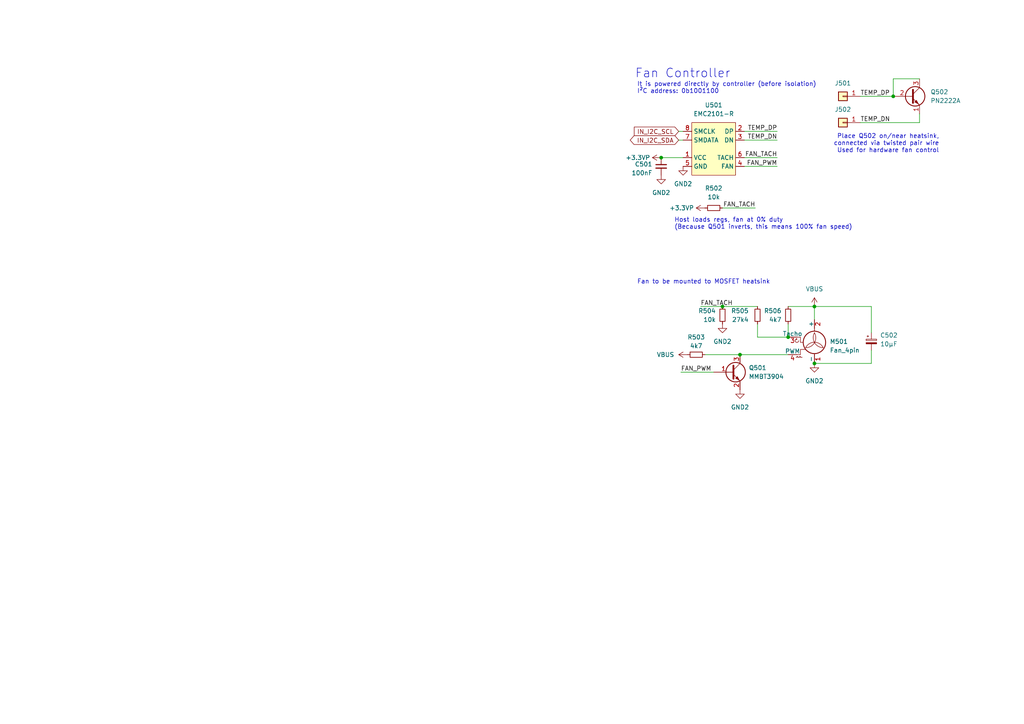
<source format=kicad_sch>
(kicad_sch (version 20211123) (generator eeschema)
  (paper "A4")
  (lib_symbols
    (symbol "Connector_Generic:Conn_01x01" (pin_names (offset 1.016) hide)
      (property "Reference" "J" (at 0 2.54 0))
      (property "Value" "Conn_01x01" (at 0 -2.54 0))
      (symbol "Conn_01x01_1_1"
        (rectangle (start -1.27 0.127) (end 0 -0.127) (stroke (width 0.1524)))
        (rectangle (start -1.27 1.27) (end 1.27 -1.27) (stroke (width 0.254)) (fill (type background)))
        (pin passive line (at -5.08 0 0) (length 3.81) (name "Pin_1") (number "1"))
      )
    )
    (symbol "Device:C_Polarized_Small" (pin_numbers hide) (pin_names (offset 0.254) hide)
      (property "Reference" "C" (at 0.254 1.778 0))
      (property "Value" "C_Polarized_Small" (at 0.254 -2.032 0))
      (symbol "C_Polarized_Small_0_1"
        (rectangle (start -1.524 -0.3048) (end 1.524 -0.6858) (fill (type outline)))
        (rectangle (start -1.524 0.6858) (end 1.524 0.3048))
        (polyline (pts (xy -1.27 1.524) (xy -0.762 1.524)))
        (polyline (pts (xy -1.016 1.27) (xy -1.016 1.778)))
      )
      (symbol "C_Polarized_Small_1_1"
        (pin passive line (at 0 2.54 270) (length 1.8542) (name "~") (number "1"))
        (pin passive line (at 0 -2.54 90) (length 1.8542) (name "~") (number "2"))
      )
    )
    (symbol "Device:C_Small" (pin_numbers hide) (pin_names (offset 0.254) hide)
      (property "Reference" "C" (at 0.254 1.778 0))
      (property "Value" "C_Small" (at 0.254 -2.032 0))
      (symbol "C_Small_0_1"
        (polyline (pts (xy -1.524 -0.508) (xy 1.524 -0.508)) (stroke (width 0.3302)))
        (polyline (pts (xy -1.524 0.508) (xy 1.524 0.508)) (stroke (width 0.3048)))
      )
      (symbol "C_Small_1_1"
        (pin passive line (at 0 2.54 270) (length 2.032) (name "~") (number "1"))
        (pin passive line (at 0 -2.54 90) (length 2.032) (name "~") (number "2"))
      )
    )
    (symbol "Device:R_Small" (pin_numbers hide) (pin_names (offset 0.254) hide)
      (property "Reference" "R" (at 0.762 0.508 0))
      (property "Value" "R_Small" (at 0.762 -1.016 0))
      (symbol "R_Small_0_1"
        (rectangle (start -0.762 1.778) (end 0.762 -1.778) (stroke (width 0.2032)))
      )
      (symbol "R_Small_1_1"
        (pin passive line (at 0 2.54 270) (length 0.762) (name "~") (number "1"))
        (pin passive line (at 0 -2.54 90) (length 0.762) (name "~") (number "2"))
      )
    )
    (symbol "Motor:Fan_4pin" (pin_names (offset 0))
      (property "Reference" "M" (at 2.54 5.08 0))
      (property "Value" "Fan_4pin" (at 2.54 -2.54 0))
      (symbol "Fan_4pin_0_0"
        (arc (start -5.588 1.524) (mid -5.08 1.016) (end -4.572 1.524))
        (arc (start -5.08 2.032) (mid -5.4392 1.8832) (end -5.588 1.524))
        (polyline (pts (xy -5.08 2.032) (xy -5.334 2.159)))
        (polyline (pts (xy -5.08 2.032) (xy -5.207 1.778)))
        (polyline (pts (xy -4.064 2.54) (xy -4.064 1.016) (xy -3.302 1.016)))
      )
      (symbol "Fan_4pin_0_1"
        (arc (start -2.54 -0.508) (mid -0.0014 0.9048) (end 0 3.81))
        (polyline (pts (xy -4.064 2.54) (xy -5.08 2.54)))
        (polyline (pts (xy 0 -5.08) (xy 0 -4.572)))
        (polyline (pts (xy 0 -2.2352) (xy 0 -2.6416)))
        (polyline (pts (xy 0 4.2672) (xy 0 4.6228)))
        (polyline (pts (xy 0 4.572) (xy 0 5.08)))
        (polyline (pts (xy -2.54 -1.016) (xy -4.064 -1.016) (xy -4.064 -2.54) (xy -5.08 -2.54)))
        (polyline (pts (xy -5.334 -3.302) (xy -5.08 -3.302) (xy -5.08 -3.048) (xy -4.826 -3.048) (xy -4.826 -3.302) (xy -4.318 -3.302) (xy -4.318 -3.048) (xy -4.064 -3.048) (xy -4.064 -3.302) (xy -3.556 -3.302)))
        (circle (center 0 1.016) (radius 3.2512) (stroke (width 0.254)))
        (arc (start 0 3.81) (mid 0.0468 0.9315) (end 2.54 -0.508))
        (arc (start 2.54 -0.508) (mid 0 1.0618) (end -2.54 -0.508))
      )
      (symbol "Fan_4pin_1_1"
        (pin passive line (at 0 -5.08 90) (length 2.54) (name "-") (number "1"))
        (pin passive line (at 0 7.62 270) (length 2.54) (name "+") (number "2"))
        (pin passive line (at -7.62 2.54 0) (length 2.54) (name "Tacho") (number "3"))
        (pin input line (at -7.62 -2.54 0) (length 2.54) (name "PWM") (number "4"))
      )
    )
    (symbol "Transistor_BJT:MMBT3904" (pin_names (offset 0) hide)
      (property "Reference" "Q" (at 5.08 1.905 0))
      (property "Value" "MMBT3904" (at 5.08 0 0))
      (symbol "MMBT3904_0_1"
        (polyline (pts (xy 0.635 0.635) (xy 2.54 2.54)))
        (polyline (pts (xy 0.635 -0.635) (xy 2.54 -2.54) (xy 2.54 -2.54)))
        (polyline (pts (xy 0.635 1.905) (xy 0.635 -1.905) (xy 0.635 -1.905)) (stroke (width 0.508)))
        (polyline (pts (xy 1.27 -1.778) (xy 1.778 -1.27) (xy 2.286 -2.286) (xy 1.27 -1.778) (xy 1.27 -1.778)) (fill (type outline)))
        (circle (center 1.27 0) (radius 2.8194) (stroke (width 0.254)))
      )
      (symbol "MMBT3904_1_1"
        (pin input line (at -5.08 0 0) (length 5.715) (name "B") (number "1"))
        (pin passive line (at 2.54 -5.08 90) (length 2.54) (name "E") (number "2"))
        (pin passive line (at 2.54 5.08 270) (length 2.54) (name "C") (number "3"))
      )
    )
    (symbol "Transistor_BJT:PN2222A" (pin_names (offset 0) hide)
      (property "Reference" "Q" (at 5.08 1.905 0))
      (property "Value" "PN2222A" (at 5.08 0 0))
      (symbol "PN2222A_0_1"
        (polyline (pts (xy 0 0) (xy 0.635 0)))
        (polyline (pts (xy 2.54 -2.54) (xy 0.635 -0.635)))
        (polyline (pts (xy 2.54 2.54) (xy 0.635 0.635)))
        (polyline (pts (xy 0.635 1.905) (xy 0.635 -1.905) (xy 0.635 -1.905)) (stroke (width 0.508)))
        (polyline (pts (xy 2.413 -2.413) (xy 1.905 -1.905) (xy 1.905 -1.905)))
        (polyline (pts (xy 1.143 -1.651) (xy 1.651 -1.143) (xy 2.159 -2.159) (xy 1.143 -1.651) (xy 1.143 -1.651)) (fill (type outline)))
        (circle (center 1.27 0) (radius 2.8194) (stroke (width 0.254)))
      )
      (symbol "PN2222A_1_1"
        (pin passive line (at 2.54 -5.08 90) (length 2.54) (name "E") (number "1"))
        (pin input line (at -5.08 0 0) (length 5.08) (name "B") (number "2"))
        (pin passive line (at 2.54 5.08 270) (length 2.54) (name "C") (number "3"))
      )
    )
    (symbol "power:+3.3VP" (power) (pin_names (offset 0))
      (property "Value" "+3.3VP" (at 0 2.54 0))
      (symbol "+3.3VP_0_0"
        (pin power_in line (at 0 0 90) (length 0) hide (name "+3.3VP") (number "1"))
      )
      (symbol "+3.3VP_0_1"
        (polyline (pts (xy -0.762 1.27) (xy 0 2.54)))
        (polyline (pts (xy 0 0) (xy 0 2.54)))
        (polyline (pts (xy 0 2.54) (xy 0.762 1.27)))
      )
    )
    (symbol "power:GND2" (power) (pin_names (offset 0))
      (property "Value" "GND2" (at 0 -3.81 0))
      (symbol "GND2_0_1"
        (polyline (pts (xy 0 0) (xy 0 -1.27) (xy 1.27 -1.27) (xy 0 -2.54) (xy -1.27 -1.27) (xy 0 -1.27)))
      )
      (symbol "GND2_1_1"
        (pin power_in line (at 0 0 270) (length 0) hide (name "GND2") (number "1"))
      )
    )
    (symbol "power:VBUS" (power) (pin_names (offset 0))
      (property "Value" "VBUS" (at 0 3.81 0))
      (symbol "VBUS_0_1"
        (polyline (pts (xy -0.762 1.27) (xy 0 2.54)))
        (polyline (pts (xy 0 0) (xy 0 2.54)))
        (polyline (pts (xy 0 2.54) (xy 0.762 1.27)))
      )
      (symbol "VBUS_1_1"
        (pin power_in line (at 0 0 90) (length 0) hide (name "VBUS") (number "1"))
      )
    )
    (symbol "programmable-load:EMC2101-R"
      (property "Reference" "U" (at 0 3.81 0))
      (property "Value" "EMC2101-R" (at 0 1.27 0))
      (symbol "EMC2101-R_0_1"
        (rectangle (start -6.35 0) (end 6.35 -15.24) (fill (type background)))
      )
      (symbol "EMC2101-R_1_1"
        (pin power_in line (at -8.89 -10.16 0) (length 2.54) (name "VCC") (number "1"))
        (pin output line (at 8.89 -2.54 180) (length 2.54) (name "DP") (number "2"))
        (pin input line (at 8.89 -5.08 180) (length 2.54) (name "DN") (number "3"))
        (pin output line (at 8.89 -12.7 180) (length 2.54) (name "FAN") (number "4"))
        (pin power_in line (at -8.89 -12.7 0) (length 2.54) (name "GND") (number "5"))
        (pin input line (at 8.89 -10.16 180) (length 2.54) (name "TACH") (number "6"))
        (pin bidirectional line (at -8.89 -5.08 0) (length 2.54) (name "SMDATA") (number "7"))
        (pin bidirectional line (at -8.89 -2.54 0) (length 2.54) (name "SMCLK") (number "8"))
      )
    )
  )
  (junction (at 214.63 102.87))
  (junction (at 228.6 97.79))
  (junction (at 259.08 27.94))
  (junction (at 236.22 105.41))
  (junction (at 191.77 45.72))
  (junction (at 236.22 88.9))
  (junction (at 209.55 88.9))
  (wire (pts (xy 191.77 45.72) (xy 198.12 45.72)))
  (wire (pts (xy 214.63 102.87) (xy 228.6 102.87)))
  (wire (pts (xy 252.73 96.52) (xy 252.73 88.9)))
  (wire (pts (xy 219.71 97.79) (xy 219.71 93.98)))
  (wire (pts (xy 215.9 40.64) (xy 225.425 40.64)))
  (wire (pts (xy 236.22 105.41) (xy 252.73 105.41)))
  (wire (pts (xy 196.85 40.64) (xy 198.12 40.64)))
  (wire (pts (xy 252.73 101.6) (xy 252.73 105.41)))
  (wire (pts (xy 219.71 97.79) (xy 228.6 97.79)))
  (wire (pts (xy 228.6 88.9) (xy 236.22 88.9)))
  (wire (pts (xy 259.08 22.86) (xy 259.08 27.94)))
  (wire (pts (xy 266.7 33.02) (xy 266.7 35.56)))
  (wire (pts (xy 196.85 38.1) (xy 198.12 38.1)))
  (wire (pts (xy 215.9 38.1) (xy 225.425 38.1)))
  (wire (pts (xy 228.6 93.98) (xy 228.6 97.79)))
  (wire (pts (xy 215.9 48.26) (xy 225.425 48.26)))
  (wire (pts (xy 203.2 88.9) (xy 209.55 88.9)))
  (wire (pts (xy 249.555 27.94) (xy 259.08 27.94)))
  (wire (pts (xy 252.73 88.9) (xy 236.22 88.9)))
  (wire (pts (xy 209.55 88.9) (xy 219.71 88.9)))
  (wire (pts (xy 204.47 102.87) (xy 214.63 102.87)))
  (wire (pts (xy 249.555 35.56) (xy 266.7 35.56)))
  (wire (pts (xy 215.9 45.72) (xy 225.425 45.72)))
  (wire (pts (xy 207.01 107.95) (xy 197.485 107.95)))
  (wire (pts (xy 236.22 88.9) (xy 236.22 92.71)))
  (wire (pts (xy 209.55 60.325) (xy 219.075 60.325)))
  (wire (pts (xy 266.7 22.86) (xy 259.08 22.86)))
  (text "It is powered directly by controller (before isolation)\nI²C address: 0b1001100" (at 184.785 27.305 0) (effects (font (size 1.27 1.27)) (justify left bottom)))
  (text "Fan Controller" (at 184.15 22.86 0) (effects (font (size 2.54 2.54)) (justify left bottom)))
  (text "Host loads regs, fan at 0% duty\n(Because Q501 inverts, this means 100% fan speed)" (at 195.58 66.675 0) (effects (font (size 1.27 1.27)) (justify left bottom)))
  (text "Place Q502 on/near heatsink,\nconnected via twisted pair wire\nUsed for hardware fan control" (at 272.415 44.45 0) (effects (font (size 1.27 1.27)) (justify right bottom)))
  (text "Fan to be mounted to MOSFET heatsink" (at 184.785 82.55 0) (effects (font (size 1.27 1.27)) (justify left bottom)))
  (label "TEMP_DP" (at 249.555 27.94 0))
  (label "TEMP_DP" (at 225.425 38.1 180))
  (label "FAN_PWM" (at 225.425 48.26 180))
  (label "FAN_PWM" (at 197.485 107.95 0))
  (label "TEMP_DN" (at 225.425 40.64 180))
  (label "FAN_TACH" (at 219.075 60.325 180))
  (label "TEMP_DN" (at 249.555 35.56 0))
  (label "FAN_TACH" (at 225.425 45.72 180))
  (label "FAN_TACH" (at 203.2 88.9 0))
  (global_label "IN_I2C_SDA" (shape bidirectional) (at 196.85 40.64 180) (property "Intersheet References" "${INTERSHEET_REFS}" (effects hide)))
  (global_label "IN_I2C_SCL" (shape input) (at 196.85 38.1 180) (property "Intersheet References" "${INTERSHEET_REFS}" (effects hide)))
  (symbol (lib_id "power:+3.3VP") (at 204.47 60.325 90) (unit 1)
    (property "Reference" "#PWR0504" (effects hide))
    (property "Value" "+3.3VP" (at 201.295 60.325 90) (effects (justify left)))
  )
  (symbol (lib_id "programmable-load:EMC2101-R") (at 207.01 35.56 0) (unit 1)
    (property "Reference" "U501" (at 207.01 30.48 0))
    (property "Value" "EMC2101-R" (at 207.01 33.02 0))
    (property "Footprint" "Package_SO:MSOP-8_3x3mm_P0.65mm" (effects hide))
    (property "Datasheet" "https://ww1.microchip.com/downloads/en/DeviceDoc/2101.pdf" (effects hide))
    (property "MPN" "EMC2101-R-ACZL-TR" (effects hide))
  )
  (symbol (lib_id "Device:R_Small") (at 228.6 91.44 0) (mirror x) (unit 1)
    (property "Reference" "R506" (at 226.695 90.1699 0) (effects (justify right)))
    (property "Value" "4k7" (at 226.695 92.7099 0) (effects (justify right)))
    (property "Footprint" "Resistor_SMD:R_0805_2012Metric_Pad1.20x1.40mm_HandSolder" (effects hide))
  )
  (symbol (lib_id "Connector_Generic:Conn_01x01") (at 244.475 27.94 0) (mirror y) (unit 1)
    (property "Reference" "J501" (at 244.475 24.13 0))
    (property "Value" "Conn_01x01" (effects hide))
    (property "Footprint" "programmable-load:MillMax-2108-2" (effects hide))
    (property "MPN" "2108-2-00-01-00-00-07-0" (effects hide))
  )
  (symbol (lib_id "Device:R_Small") (at 209.55 91.44 0) (mirror x) (unit 1)
    (property "Reference" "R504" (at 207.645 90.1699 0) (effects (justify right)))
    (property "Value" "10k" (at 207.645 92.7099 0) (effects (justify right)))
    (property "Footprint" "Resistor_SMD:R_0805_2012Metric_Pad1.20x1.40mm_HandSolder" (effects hide))
    (property "MPN" "RMC1/10-103JTP" (effects hide))
  )
  (symbol (lib_id "power:VBUS") (at 199.39 102.87 90) (unit 1)
    (property "Reference" "#PWR0505" (effects hide))
    (property "Value" "VBUS" (at 195.58 102.8699 90) (effects (justify left)))
  )
  (symbol (lib_id "Device:C_Small") (at 191.77 48.26 0) (unit 1)
    (property "Reference" "C501" (at 189.23 47.625 0) (effects (justify right)))
    (property "Value" "100nF" (at 189.23 50.165 0) (effects (justify right)))
    (property "Footprint" "Capacitor_SMD:C_0805_2012Metric_Pad1.18x1.45mm_HandSolder" (effects hide))
  )
  (symbol (lib_id "power:GND2") (at 214.63 113.03 0) (unit 1)
    (property "Reference" "#PWR0507" (effects hide))
    (property "Value" "GND2" (at 214.63 118.11 0))
  )
  (symbol (lib_id "Device:R_Small") (at 207.01 60.325 90) (unit 1)
    (property "Reference" "R502" (at 207.01 54.61 90))
    (property "Value" "10k" (at 207.01 57.15 90))
    (property "Footprint" "Resistor_SMD:R_0805_2012Metric_Pad1.20x1.40mm_HandSolder" (effects hide))
    (property "MPN" "RMC1/10-103JTP" (effects hide))
  )
  (symbol (lib_id "power:+3.3VP") (at 191.77 45.72 90) (unit 1)
    (property "Reference" "#PWR0501" (effects hide))
    (property "Value" "+3.3VP" (at 188.595 45.72 90) (effects (justify left)))
  )
  (symbol (lib_id "power:GND2") (at 236.22 105.41 0) (unit 1)
    (property "Reference" "#PWR0509" (effects hide))
    (property "Value" "GND2" (at 236.22 110.49 0))
  )
  (symbol (lib_id "Connector_Generic:Conn_01x01") (at 244.475 35.56 0) (mirror y) (unit 1)
    (property "Reference" "J502" (at 244.475 31.75 0))
    (property "Value" "Conn_01x01" (effects hide))
    (property "Footprint" "programmable-load:MillMax-2108-2" (effects hide))
    (property "MPN" "2108-2-00-01-00-00-07-0" (effects hide))
  )
  (symbol (lib_id "Device:C_Polarized_Small") (at 252.73 99.06 0) (unit 1)
    (property "Reference" "C502" (at 255.27 97.2438 0) (effects (justify left)))
    (property "Value" "10µF" (at 255.27 99.7838 0) (effects (justify left)))
    (property "Footprint" "Capacitor_THT:CP_Radial_D5.0mm_P2.00mm" (effects hide))
    (property "MPN" "860010472002" (effects hide))
  )
  (symbol (lib_id "Transistor_BJT:MMBT3904") (at 212.09 107.95 0) (unit 1)
    (property "Reference" "Q501" (at 217.17 106.6799 0) (effects (justify left)))
    (property "Value" "MMBT3904" (at 217.17 109.2199 0) (effects (justify left)))
    (property "Footprint" "Package_TO_SOT_SMD:SOT-323_SC-70_Handsoldering" (effects hide))
    (property "Datasheet" "https://www.onsemi.com/pub/Collateral/2N3903-D.PDF" (effects hide))
    (property "MPN" "MMBT3904,215" (effects hide))
  )
  (symbol (lib_id "Motor:Fan_4pin") (at 236.22 100.33 0) (unit 1)
    (property "Reference" "M501" (at 240.665 99.0599 0) (effects (justify left)))
    (property "Value" "Fan_4pin" (at 240.665 101.5999 0) (effects (justify left)))
    (property "Footprint" "programmable-load:Molex-47053-1000-MFG" (effects hide))
    (property "Datasheet" "http://www.formfactors.org/developer%5Cspecs%5Crev1_2_public.pdf" (effects hide))
    (property "MPN" "47053-1000" (effects hide))
  )
  (symbol (lib_id "Transistor_BJT:PN2222A") (at 264.16 27.94 0) (unit 1) (on_board no)
    (property "Reference" "Q502" (at 269.875 26.6699 0) (effects (justify left)))
    (property "Value" "PN2222A" (at 269.875 29.2099 0) (effects (justify left)))
    (property "Footprint" "Package_TO_SOT_THT:TO-92_Inline" (effects hide))
    (property "Datasheet" "https://www.onsemi.com/pub/Collateral/PN2222-D.PDF" (effects hide))
    (property "MPN" "PN2222ATA" (effects hide))
  )
  (symbol (lib_id "power:GND2") (at 198.12 48.26 0) (unit 1)
    (property "Reference" "#PWR0503" (effects hide))
    (property "Value" "GND2" (at 198.12 53.34 0))
  )
  (symbol (lib_id "power:VBUS") (at 236.22 88.9 0) (unit 1)
    (property "Reference" "#PWR0508" (effects hide))
    (property "Value" "VBUS" (at 236.22 83.82 0))
  )
  (symbol (lib_id "Device:R_Small") (at 201.93 102.87 270) (mirror x) (unit 1)
    (property "Reference" "R503" (at 201.93 97.79 90))
    (property "Value" "4k7" (at 201.93 100.33 90))
    (property "Footprint" "Resistor_SMD:R_0805_2012Metric_Pad1.20x1.40mm_HandSolder" (effects hide))
  )
  (symbol (lib_id "power:GND2") (at 191.77 50.8 0) (unit 1)
    (property "Reference" "#PWR0502" (effects hide))
    (property "Value" "GND2" (at 191.77 55.88 0))
  )
  (symbol (lib_id "Device:R_Small") (at 219.71 91.44 0) (mirror x) (unit 1)
    (property "Reference" "R505" (at 217.17 90.1699 0) (effects (justify right)))
    (property "Value" "27k4" (at 217.17 92.7099 0) (effects (justify right)))
    (property "Footprint" "Resistor_SMD:R_0805_2012Metric_Pad1.20x1.40mm_HandSolder" (effects hide))
  )
  (symbol (lib_id "power:GND2") (at 209.55 93.98 0) (unit 1)
    (property "Reference" "#PWR0506" (effects hide))
    (property "Value" "GND2" (at 209.55 99.06 0))
  )
)
</source>
